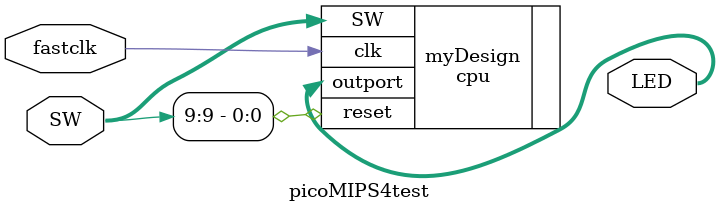
<source format=sv>
module picoMIPS4test(
  input logic fastclk,  // 50MHz Altera DE0 clock
  input logic [9:0] SW, // Switches SW0..SW9
  output logic [7:0] LED); // LEDs
  
  logic clk; // slow clock, about 10Hz
  
  //counter c (.fastclk(fastclk),.clk(clk)); // slow clk from counter
  
  // to obtain the cost figure, synthesise your design without the counter 
  // and the picoMIPS4test module using Cyclone IV E as target
  // and make a note of the synthesis statistics
  cpu  myDesign (.clk(fastclk), .reset(SW[9]),.SW(SW),.outport(LED));
  
endmodule  
</source>
